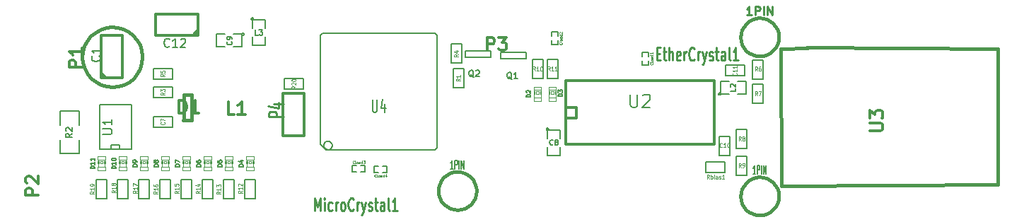
<source format=gto>
G04 (created by PCBNEW-RS274X (2012-jan-04)-stable) date Fri 13 Apr 2012 11:09:43 PM EDT*
G01*
G70*
G90*
%MOIN*%
G04 Gerber Fmt 3.4, Leading zero omitted, Abs format*
%FSLAX34Y34*%
G04 APERTURE LIST*
%ADD10C,0.006000*%
%ADD11C,0.015000*%
%ADD12C,0.008000*%
%ADD13C,0.005000*%
%ADD14C,0.012000*%
%ADD15C,0.002600*%
%ADD16C,0.004000*%
%ADD17C,0.010000*%
%ADD18C,0.007500*%
%ADD19C,0.004500*%
%ADD20C,0.003000*%
%ADD21C,0.010700*%
G04 APERTURE END LIST*
G54D10*
G54D11*
X13149Y-08195D02*
X13122Y-08469D01*
X13042Y-08733D01*
X12912Y-08977D01*
X12738Y-09191D01*
X12525Y-09367D01*
X12282Y-09498D01*
X12019Y-09580D01*
X11744Y-09608D01*
X11471Y-09583D01*
X11206Y-09506D01*
X10961Y-09378D01*
X10746Y-09205D01*
X10569Y-08993D01*
X10436Y-08752D01*
X10352Y-08488D01*
X10322Y-08214D01*
X10345Y-07940D01*
X10421Y-07675D01*
X10547Y-07430D01*
X10718Y-07213D01*
X10929Y-07034D01*
X11169Y-06900D01*
X11432Y-06814D01*
X11706Y-06782D01*
X11980Y-06803D01*
X12246Y-06877D01*
X12492Y-07002D01*
X12710Y-07172D01*
X12890Y-07380D01*
X13026Y-07620D01*
X13113Y-07882D01*
X13148Y-08156D01*
X13149Y-08195D01*
X28900Y-14500D02*
X28882Y-14674D01*
X28832Y-14842D01*
X28749Y-14998D01*
X28638Y-15134D01*
X28503Y-15246D01*
X28348Y-15329D01*
X28180Y-15381D01*
X28006Y-15399D01*
X27832Y-15384D01*
X27663Y-15334D01*
X27508Y-15253D01*
X27371Y-15143D01*
X27258Y-15008D01*
X27173Y-14854D01*
X27120Y-14687D01*
X27101Y-14512D01*
X27115Y-14338D01*
X27164Y-14169D01*
X27244Y-14013D01*
X27353Y-13875D01*
X27487Y-13761D01*
X27640Y-13676D01*
X27807Y-13621D01*
X27982Y-13601D01*
X28156Y-13614D01*
X28325Y-13661D01*
X28482Y-13741D01*
X28620Y-13849D01*
X28735Y-13982D01*
X28822Y-14134D01*
X28877Y-14301D01*
X28899Y-14475D01*
X28900Y-14500D01*
X43150Y-07250D02*
X43132Y-07424D01*
X43082Y-07592D01*
X42999Y-07748D01*
X42888Y-07884D01*
X42753Y-07996D01*
X42598Y-08079D01*
X42430Y-08131D01*
X42256Y-08149D01*
X42082Y-08134D01*
X41913Y-08084D01*
X41758Y-08003D01*
X41621Y-07893D01*
X41508Y-07758D01*
X41423Y-07604D01*
X41370Y-07437D01*
X41351Y-07262D01*
X41365Y-07088D01*
X41414Y-06919D01*
X41494Y-06763D01*
X41603Y-06625D01*
X41737Y-06511D01*
X41890Y-06426D01*
X42057Y-06371D01*
X42232Y-06351D01*
X42406Y-06364D01*
X42575Y-06411D01*
X42732Y-06491D01*
X42870Y-06599D01*
X42985Y-06732D01*
X43072Y-06884D01*
X43127Y-07051D01*
X43149Y-07225D01*
X43150Y-07250D01*
X43150Y-14750D02*
X43132Y-14924D01*
X43082Y-15092D01*
X42999Y-15248D01*
X42888Y-15384D01*
X42753Y-15496D01*
X42598Y-15579D01*
X42430Y-15631D01*
X42256Y-15649D01*
X42082Y-15634D01*
X41913Y-15584D01*
X41758Y-15503D01*
X41621Y-15393D01*
X41508Y-15258D01*
X41423Y-15104D01*
X41370Y-14937D01*
X41351Y-14762D01*
X41365Y-14588D01*
X41414Y-14419D01*
X41494Y-14263D01*
X41603Y-14125D01*
X41737Y-14011D01*
X41890Y-13926D01*
X42057Y-13871D01*
X42232Y-13851D01*
X42406Y-13864D01*
X42575Y-13911D01*
X42732Y-13991D01*
X42870Y-14099D01*
X42985Y-14232D01*
X43072Y-14384D01*
X43127Y-14551D01*
X43149Y-14725D01*
X43150Y-14750D01*
G54D12*
X22100Y-12370D02*
X22096Y-12408D01*
X22084Y-12446D01*
X22066Y-12480D01*
X22041Y-12510D01*
X22011Y-12535D01*
X21977Y-12554D01*
X21940Y-12565D01*
X21901Y-12569D01*
X21863Y-12566D01*
X21826Y-12555D01*
X21791Y-12537D01*
X21761Y-12512D01*
X21735Y-12482D01*
X21717Y-12448D01*
X21705Y-12411D01*
X21701Y-12372D01*
X21704Y-12334D01*
X21715Y-12297D01*
X21732Y-12262D01*
X21757Y-12232D01*
X21786Y-12206D01*
X21820Y-12187D01*
X21858Y-12175D01*
X21896Y-12171D01*
X21934Y-12174D01*
X21972Y-12184D01*
X22007Y-12202D01*
X22037Y-12226D01*
X22063Y-12255D01*
X22082Y-12289D01*
X22095Y-12326D01*
X22099Y-12365D01*
X22100Y-12370D01*
X21550Y-12320D02*
X21800Y-12570D01*
X27050Y-12470D02*
X26950Y-12570D01*
X27050Y-07170D02*
X26950Y-07070D01*
X21650Y-07070D02*
X21550Y-07170D01*
X21800Y-12570D02*
X26950Y-12570D01*
X27050Y-12470D02*
X27050Y-07170D01*
X26950Y-07070D02*
X21650Y-07070D01*
X21550Y-07170D02*
X21550Y-12320D01*
G54D13*
X29590Y-08220D02*
X28390Y-08220D01*
X28390Y-08220D02*
X28390Y-07920D01*
X28390Y-07920D02*
X29590Y-07920D01*
X29590Y-07920D02*
X29590Y-08220D01*
X31240Y-08270D02*
X30040Y-08270D01*
X30040Y-08270D02*
X30040Y-07970D01*
X30040Y-07970D02*
X31240Y-07970D01*
X31240Y-07970D02*
X31240Y-08270D01*
G54D11*
X15088Y-11185D02*
X15462Y-11185D01*
X15462Y-11185D02*
X15462Y-09984D01*
X15462Y-09984D02*
X15108Y-09984D01*
X15108Y-09984D02*
X15108Y-11185D01*
G54D13*
X12585Y-12545D02*
X12635Y-12545D01*
X12635Y-12545D02*
X12635Y-10445D01*
X11135Y-10445D02*
X11135Y-12545D01*
X11135Y-12545D02*
X12585Y-12545D01*
X11685Y-12545D02*
X11685Y-12345D01*
X11685Y-12345D02*
X12085Y-12345D01*
X12085Y-12345D02*
X12085Y-12545D01*
X11135Y-10445D02*
X12635Y-10445D01*
G54D14*
X40105Y-09815D02*
X40105Y-12315D01*
X40105Y-12315D02*
X33105Y-12315D01*
X33105Y-12315D02*
X33105Y-09315D01*
X33105Y-09315D02*
X40105Y-09315D01*
X40105Y-09315D02*
X40105Y-09815D01*
X33105Y-10565D02*
X33605Y-10565D01*
X33605Y-10565D02*
X33605Y-11065D01*
X33605Y-11065D02*
X33105Y-11065D01*
G54D13*
X10170Y-10750D02*
X09270Y-10750D01*
X09270Y-10750D02*
X09270Y-11400D01*
X10170Y-12100D02*
X10170Y-12750D01*
X10170Y-12750D02*
X09270Y-12750D01*
X09270Y-12750D02*
X09270Y-12100D01*
X10170Y-11400D02*
X10170Y-10750D01*
X40415Y-09935D02*
X40414Y-09944D01*
X40411Y-09954D01*
X40406Y-09962D01*
X40400Y-09970D01*
X40392Y-09976D01*
X40384Y-09981D01*
X40375Y-09983D01*
X40365Y-09984D01*
X40356Y-09984D01*
X40347Y-09981D01*
X40338Y-09976D01*
X40331Y-09970D01*
X40324Y-09963D01*
X40320Y-09954D01*
X40317Y-09945D01*
X40316Y-09935D01*
X40316Y-09926D01*
X40319Y-09917D01*
X40323Y-09908D01*
X40330Y-09901D01*
X40337Y-09894D01*
X40345Y-09890D01*
X40355Y-09887D01*
X40364Y-09886D01*
X40373Y-09886D01*
X40383Y-09889D01*
X40391Y-09893D01*
X40399Y-09899D01*
X40405Y-09907D01*
X40410Y-09915D01*
X40413Y-09924D01*
X40414Y-09934D01*
X40415Y-09935D01*
X40815Y-09935D02*
X40415Y-09935D01*
X40415Y-09935D02*
X40415Y-09335D01*
X40415Y-09335D02*
X40815Y-09335D01*
X41215Y-09335D02*
X41615Y-09335D01*
X41615Y-09335D02*
X41615Y-09935D01*
X41615Y-09935D02*
X41215Y-09935D01*
X18385Y-06385D02*
X18384Y-06394D01*
X18381Y-06404D01*
X18376Y-06412D01*
X18370Y-06420D01*
X18362Y-06426D01*
X18354Y-06431D01*
X18345Y-06433D01*
X18335Y-06434D01*
X18326Y-06434D01*
X18317Y-06431D01*
X18308Y-06426D01*
X18301Y-06420D01*
X18294Y-06413D01*
X18290Y-06404D01*
X18287Y-06395D01*
X18286Y-06385D01*
X18286Y-06376D01*
X18289Y-06367D01*
X18293Y-06358D01*
X18300Y-06351D01*
X18307Y-06344D01*
X18315Y-06340D01*
X18325Y-06337D01*
X18334Y-06336D01*
X18343Y-06336D01*
X18353Y-06339D01*
X18361Y-06343D01*
X18369Y-06349D01*
X18375Y-06357D01*
X18380Y-06365D01*
X18383Y-06374D01*
X18384Y-06384D01*
X18385Y-06385D01*
X18335Y-06835D02*
X18335Y-06435D01*
X18335Y-06435D02*
X18935Y-06435D01*
X18935Y-06435D02*
X18935Y-06835D01*
X18935Y-07235D02*
X18935Y-07635D01*
X18935Y-07635D02*
X18335Y-07635D01*
X18335Y-07635D02*
X18335Y-07235D01*
X32295Y-11595D02*
X32294Y-11604D01*
X32291Y-11614D01*
X32286Y-11622D01*
X32280Y-11630D01*
X32272Y-11636D01*
X32264Y-11641D01*
X32255Y-11643D01*
X32245Y-11644D01*
X32236Y-11644D01*
X32227Y-11641D01*
X32218Y-11636D01*
X32211Y-11630D01*
X32204Y-11623D01*
X32200Y-11614D01*
X32197Y-11605D01*
X32196Y-11595D01*
X32196Y-11586D01*
X32199Y-11577D01*
X32203Y-11568D01*
X32210Y-11561D01*
X32217Y-11554D01*
X32225Y-11550D01*
X32235Y-11547D01*
X32244Y-11546D01*
X32253Y-11546D01*
X32263Y-11549D01*
X32271Y-11553D01*
X32279Y-11559D01*
X32285Y-11567D01*
X32290Y-11575D01*
X32293Y-11584D01*
X32294Y-11594D01*
X32295Y-11595D01*
X32245Y-12045D02*
X32245Y-11645D01*
X32245Y-11645D02*
X32845Y-11645D01*
X32845Y-11645D02*
X32845Y-12045D01*
X32845Y-12445D02*
X32845Y-12845D01*
X32845Y-12845D02*
X32245Y-12845D01*
X32245Y-12845D02*
X32245Y-12445D01*
X17945Y-07115D02*
X17944Y-07124D01*
X17941Y-07134D01*
X17936Y-07142D01*
X17930Y-07150D01*
X17922Y-07156D01*
X17914Y-07161D01*
X17905Y-07163D01*
X17895Y-07164D01*
X17886Y-07164D01*
X17877Y-07161D01*
X17868Y-07156D01*
X17861Y-07150D01*
X17854Y-07143D01*
X17850Y-07134D01*
X17847Y-07125D01*
X17846Y-07115D01*
X17846Y-07106D01*
X17849Y-07097D01*
X17853Y-07088D01*
X17860Y-07081D01*
X17867Y-07074D01*
X17875Y-07070D01*
X17885Y-07067D01*
X17894Y-07066D01*
X17903Y-07066D01*
X17913Y-07069D01*
X17921Y-07073D01*
X17929Y-07079D01*
X17935Y-07087D01*
X17940Y-07095D01*
X17943Y-07104D01*
X17944Y-07114D01*
X17945Y-07115D01*
X17445Y-07115D02*
X17845Y-07115D01*
X17845Y-07115D02*
X17845Y-07715D01*
X17845Y-07715D02*
X17445Y-07715D01*
X17045Y-07715D02*
X16645Y-07715D01*
X16645Y-07715D02*
X16645Y-07115D01*
X16645Y-07115D02*
X17045Y-07115D01*
X18490Y-13980D02*
X18490Y-14880D01*
X18490Y-14880D02*
X17990Y-14880D01*
X17990Y-14880D02*
X17990Y-13980D01*
X17990Y-13980D02*
X18490Y-13980D01*
X13675Y-10995D02*
X14575Y-10995D01*
X14575Y-10995D02*
X14575Y-11495D01*
X14575Y-11495D02*
X13675Y-11495D01*
X13675Y-11495D02*
X13675Y-10995D01*
X28310Y-08740D02*
X28310Y-09640D01*
X28310Y-09640D02*
X27810Y-09640D01*
X27810Y-09640D02*
X27810Y-08740D01*
X27810Y-08740D02*
X28310Y-08740D01*
X13675Y-09595D02*
X14575Y-09595D01*
X14575Y-09595D02*
X14575Y-10095D01*
X14575Y-10095D02*
X13675Y-10095D01*
X13675Y-10095D02*
X13675Y-09595D01*
X27720Y-08480D02*
X27720Y-07580D01*
X27720Y-07580D02*
X28220Y-07580D01*
X28220Y-07580D02*
X28220Y-08480D01*
X28220Y-08480D02*
X27720Y-08480D01*
X14575Y-09225D02*
X13675Y-09225D01*
X13675Y-09225D02*
X13675Y-08725D01*
X13675Y-08725D02*
X14575Y-08725D01*
X14575Y-08725D02*
X14575Y-09225D01*
X42415Y-08325D02*
X42415Y-09225D01*
X42415Y-09225D02*
X41915Y-09225D01*
X41915Y-09225D02*
X41915Y-08325D01*
X41915Y-08325D02*
X42415Y-08325D01*
X41915Y-10385D02*
X41915Y-09485D01*
X41915Y-09485D02*
X42415Y-09485D01*
X42415Y-09485D02*
X42415Y-10385D01*
X42415Y-10385D02*
X41915Y-10385D01*
X41645Y-11615D02*
X41645Y-12515D01*
X41645Y-12515D02*
X41145Y-12515D01*
X41145Y-12515D02*
X41145Y-11615D01*
X41145Y-11615D02*
X41645Y-11615D01*
X41145Y-13765D02*
X41145Y-12865D01*
X41145Y-12865D02*
X41645Y-12865D01*
X41645Y-12865D02*
X41645Y-13765D01*
X41645Y-13765D02*
X41145Y-13765D01*
X31525Y-09215D02*
X31525Y-08315D01*
X31525Y-08315D02*
X32025Y-08315D01*
X32025Y-08315D02*
X32025Y-09215D01*
X32025Y-09215D02*
X31525Y-09215D01*
X32225Y-09205D02*
X32225Y-08305D01*
X32225Y-08305D02*
X32725Y-08305D01*
X32725Y-08305D02*
X32725Y-09205D01*
X32725Y-09205D02*
X32225Y-09205D01*
X40845Y-11925D02*
X40845Y-12825D01*
X40845Y-12825D02*
X40345Y-12825D01*
X40345Y-12825D02*
X40345Y-11925D01*
X40345Y-11925D02*
X40845Y-11925D01*
X17490Y-13980D02*
X17490Y-14880D01*
X17490Y-14880D02*
X16990Y-14880D01*
X16990Y-14880D02*
X16990Y-13980D01*
X16990Y-13980D02*
X17490Y-13980D01*
X16490Y-13980D02*
X16490Y-14880D01*
X16490Y-14880D02*
X15990Y-14880D01*
X15990Y-14880D02*
X15990Y-13980D01*
X15990Y-13980D02*
X16490Y-13980D01*
X15490Y-13980D02*
X15490Y-14880D01*
X15490Y-14880D02*
X14990Y-14880D01*
X14990Y-14880D02*
X14990Y-13980D01*
X14990Y-13980D02*
X15490Y-13980D01*
X14490Y-13980D02*
X14490Y-14880D01*
X14490Y-14880D02*
X13990Y-14880D01*
X13990Y-14880D02*
X13990Y-13980D01*
X13990Y-13980D02*
X14490Y-13980D01*
X13490Y-13980D02*
X13490Y-14880D01*
X13490Y-14880D02*
X12990Y-14880D01*
X12990Y-14880D02*
X12990Y-13980D01*
X12990Y-13980D02*
X13490Y-13980D01*
X12490Y-13980D02*
X12490Y-14880D01*
X12490Y-14880D02*
X11990Y-14880D01*
X11990Y-14880D02*
X11990Y-13980D01*
X11990Y-13980D02*
X12490Y-13980D01*
X11490Y-13980D02*
X11490Y-14880D01*
X11490Y-14880D02*
X10990Y-14880D01*
X10990Y-14880D02*
X10990Y-13980D01*
X10990Y-13980D02*
X11490Y-13980D01*
X19830Y-09220D02*
X20730Y-09220D01*
X20730Y-09220D02*
X20730Y-09720D01*
X20730Y-09720D02*
X19830Y-09720D01*
X19830Y-09720D02*
X19830Y-09220D01*
X40605Y-13645D02*
X39705Y-13645D01*
X39705Y-13645D02*
X39705Y-13145D01*
X39705Y-13145D02*
X40605Y-13145D01*
X40605Y-13145D02*
X40605Y-13645D01*
X41545Y-09085D02*
X40645Y-09085D01*
X40645Y-09085D02*
X40645Y-08585D01*
X40645Y-08585D02*
X41545Y-08585D01*
X41545Y-08585D02*
X41545Y-09085D01*
X36710Y-08370D02*
X36710Y-08570D01*
X36710Y-08570D02*
X37010Y-08570D01*
X37010Y-08570D02*
X37010Y-08370D01*
X36710Y-08170D02*
X36710Y-07970D01*
X36710Y-07970D02*
X37010Y-07970D01*
X37010Y-07970D02*
X37010Y-08170D01*
X32430Y-07410D02*
X32430Y-07610D01*
X32430Y-07610D02*
X32730Y-07610D01*
X32730Y-07610D02*
X32730Y-07410D01*
X32430Y-07210D02*
X32430Y-07010D01*
X32430Y-07010D02*
X32730Y-07010D01*
X32730Y-07010D02*
X32730Y-07210D01*
X23450Y-13610D02*
X23650Y-13610D01*
X23650Y-13610D02*
X23650Y-13310D01*
X23650Y-13310D02*
X23450Y-13310D01*
X23250Y-13610D02*
X23050Y-13610D01*
X23050Y-13610D02*
X23050Y-13310D01*
X23050Y-13310D02*
X23250Y-13310D01*
X24280Y-13350D02*
X24080Y-13350D01*
X24080Y-13350D02*
X24080Y-13650D01*
X24080Y-13650D02*
X24280Y-13650D01*
X24480Y-13350D02*
X24680Y-13350D01*
X24680Y-13350D02*
X24680Y-13650D01*
X24680Y-13650D02*
X24480Y-13650D01*
G54D14*
X19790Y-09890D02*
X20790Y-09890D01*
X20790Y-09890D02*
X20790Y-11890D01*
X20790Y-11890D02*
X19790Y-11890D01*
X19790Y-11890D02*
X19790Y-09890D01*
G54D15*
X11043Y-13033D02*
X11397Y-13033D01*
X11397Y-13033D02*
X11397Y-12876D01*
X11043Y-12876D02*
X11397Y-12876D01*
X11043Y-13033D02*
X11043Y-12876D01*
X11043Y-13544D02*
X11397Y-13544D01*
X11397Y-13544D02*
X11397Y-13387D01*
X11043Y-13387D02*
X11397Y-13387D01*
X11043Y-13544D02*
X11043Y-13387D01*
X11043Y-13210D02*
X11102Y-13210D01*
X11102Y-13210D02*
X11102Y-13092D01*
X11043Y-13092D02*
X11102Y-13092D01*
X11043Y-13210D02*
X11043Y-13092D01*
X11338Y-13210D02*
X11397Y-13210D01*
X11397Y-13210D02*
X11397Y-13092D01*
X11338Y-13092D02*
X11397Y-13092D01*
X11338Y-13210D02*
X11338Y-13092D01*
X11161Y-13210D02*
X11279Y-13210D01*
X11279Y-13210D02*
X11279Y-13092D01*
X11161Y-13092D02*
X11279Y-13092D01*
X11161Y-13210D02*
X11161Y-13092D01*
G54D16*
X11063Y-13033D02*
X11063Y-13387D01*
X11377Y-13033D02*
X11377Y-13387D01*
G54D15*
X14043Y-13033D02*
X14397Y-13033D01*
X14397Y-13033D02*
X14397Y-12876D01*
X14043Y-12876D02*
X14397Y-12876D01*
X14043Y-13033D02*
X14043Y-12876D01*
X14043Y-13544D02*
X14397Y-13544D01*
X14397Y-13544D02*
X14397Y-13387D01*
X14043Y-13387D02*
X14397Y-13387D01*
X14043Y-13544D02*
X14043Y-13387D01*
X14043Y-13210D02*
X14102Y-13210D01*
X14102Y-13210D02*
X14102Y-13092D01*
X14043Y-13092D02*
X14102Y-13092D01*
X14043Y-13210D02*
X14043Y-13092D01*
X14338Y-13210D02*
X14397Y-13210D01*
X14397Y-13210D02*
X14397Y-13092D01*
X14338Y-13092D02*
X14397Y-13092D01*
X14338Y-13210D02*
X14338Y-13092D01*
X14161Y-13210D02*
X14279Y-13210D01*
X14279Y-13210D02*
X14279Y-13092D01*
X14161Y-13092D02*
X14279Y-13092D01*
X14161Y-13210D02*
X14161Y-13092D01*
G54D16*
X14063Y-13033D02*
X14063Y-13387D01*
X14377Y-13033D02*
X14377Y-13387D01*
G54D15*
X12043Y-13033D02*
X12397Y-13033D01*
X12397Y-13033D02*
X12397Y-12876D01*
X12043Y-12876D02*
X12397Y-12876D01*
X12043Y-13033D02*
X12043Y-12876D01*
X12043Y-13544D02*
X12397Y-13544D01*
X12397Y-13544D02*
X12397Y-13387D01*
X12043Y-13387D02*
X12397Y-13387D01*
X12043Y-13544D02*
X12043Y-13387D01*
X12043Y-13210D02*
X12102Y-13210D01*
X12102Y-13210D02*
X12102Y-13092D01*
X12043Y-13092D02*
X12102Y-13092D01*
X12043Y-13210D02*
X12043Y-13092D01*
X12338Y-13210D02*
X12397Y-13210D01*
X12397Y-13210D02*
X12397Y-13092D01*
X12338Y-13092D02*
X12397Y-13092D01*
X12338Y-13210D02*
X12338Y-13092D01*
X12161Y-13210D02*
X12279Y-13210D01*
X12279Y-13210D02*
X12279Y-13092D01*
X12161Y-13092D02*
X12279Y-13092D01*
X12161Y-13210D02*
X12161Y-13092D01*
G54D16*
X12063Y-13033D02*
X12063Y-13387D01*
X12377Y-13033D02*
X12377Y-13387D01*
G54D15*
X13043Y-13033D02*
X13397Y-13033D01*
X13397Y-13033D02*
X13397Y-12876D01*
X13043Y-12876D02*
X13397Y-12876D01*
X13043Y-13033D02*
X13043Y-12876D01*
X13043Y-13544D02*
X13397Y-13544D01*
X13397Y-13544D02*
X13397Y-13387D01*
X13043Y-13387D02*
X13397Y-13387D01*
X13043Y-13544D02*
X13043Y-13387D01*
X13043Y-13210D02*
X13102Y-13210D01*
X13102Y-13210D02*
X13102Y-13092D01*
X13043Y-13092D02*
X13102Y-13092D01*
X13043Y-13210D02*
X13043Y-13092D01*
X13338Y-13210D02*
X13397Y-13210D01*
X13397Y-13210D02*
X13397Y-13092D01*
X13338Y-13092D02*
X13397Y-13092D01*
X13338Y-13210D02*
X13338Y-13092D01*
X13161Y-13210D02*
X13279Y-13210D01*
X13279Y-13210D02*
X13279Y-13092D01*
X13161Y-13092D02*
X13279Y-13092D01*
X13161Y-13210D02*
X13161Y-13092D01*
G54D16*
X13063Y-13033D02*
X13063Y-13387D01*
X13377Y-13033D02*
X13377Y-13387D01*
G54D15*
X31598Y-09748D02*
X31952Y-09748D01*
X31952Y-09748D02*
X31952Y-09591D01*
X31598Y-09591D02*
X31952Y-09591D01*
X31598Y-09748D02*
X31598Y-09591D01*
X31598Y-10259D02*
X31952Y-10259D01*
X31952Y-10259D02*
X31952Y-10102D01*
X31598Y-10102D02*
X31952Y-10102D01*
X31598Y-10259D02*
X31598Y-10102D01*
X31598Y-09925D02*
X31657Y-09925D01*
X31657Y-09925D02*
X31657Y-09807D01*
X31598Y-09807D02*
X31657Y-09807D01*
X31598Y-09925D02*
X31598Y-09807D01*
X31893Y-09925D02*
X31952Y-09925D01*
X31952Y-09925D02*
X31952Y-09807D01*
X31893Y-09807D02*
X31952Y-09807D01*
X31893Y-09925D02*
X31893Y-09807D01*
X31716Y-09925D02*
X31834Y-09925D01*
X31834Y-09925D02*
X31834Y-09807D01*
X31716Y-09807D02*
X31834Y-09807D01*
X31716Y-09925D02*
X31716Y-09807D01*
G54D16*
X31618Y-09748D02*
X31618Y-10102D01*
X31932Y-09748D02*
X31932Y-10102D01*
G54D15*
X32298Y-09748D02*
X32652Y-09748D01*
X32652Y-09748D02*
X32652Y-09591D01*
X32298Y-09591D02*
X32652Y-09591D01*
X32298Y-09748D02*
X32298Y-09591D01*
X32298Y-10259D02*
X32652Y-10259D01*
X32652Y-10259D02*
X32652Y-10102D01*
X32298Y-10102D02*
X32652Y-10102D01*
X32298Y-10259D02*
X32298Y-10102D01*
X32298Y-09925D02*
X32357Y-09925D01*
X32357Y-09925D02*
X32357Y-09807D01*
X32298Y-09807D02*
X32357Y-09807D01*
X32298Y-09925D02*
X32298Y-09807D01*
X32593Y-09925D02*
X32652Y-09925D01*
X32652Y-09925D02*
X32652Y-09807D01*
X32593Y-09807D02*
X32652Y-09807D01*
X32593Y-09925D02*
X32593Y-09807D01*
X32416Y-09925D02*
X32534Y-09925D01*
X32534Y-09925D02*
X32534Y-09807D01*
X32416Y-09807D02*
X32534Y-09807D01*
X32416Y-09925D02*
X32416Y-09807D01*
G54D16*
X32318Y-09748D02*
X32318Y-10102D01*
X32632Y-09748D02*
X32632Y-10102D01*
G54D15*
X18043Y-13033D02*
X18397Y-13033D01*
X18397Y-13033D02*
X18397Y-12876D01*
X18043Y-12876D02*
X18397Y-12876D01*
X18043Y-13033D02*
X18043Y-12876D01*
X18043Y-13544D02*
X18397Y-13544D01*
X18397Y-13544D02*
X18397Y-13387D01*
X18043Y-13387D02*
X18397Y-13387D01*
X18043Y-13544D02*
X18043Y-13387D01*
X18043Y-13210D02*
X18102Y-13210D01*
X18102Y-13210D02*
X18102Y-13092D01*
X18043Y-13092D02*
X18102Y-13092D01*
X18043Y-13210D02*
X18043Y-13092D01*
X18338Y-13210D02*
X18397Y-13210D01*
X18397Y-13210D02*
X18397Y-13092D01*
X18338Y-13092D02*
X18397Y-13092D01*
X18338Y-13210D02*
X18338Y-13092D01*
X18161Y-13210D02*
X18279Y-13210D01*
X18279Y-13210D02*
X18279Y-13092D01*
X18161Y-13092D02*
X18279Y-13092D01*
X18161Y-13210D02*
X18161Y-13092D01*
G54D16*
X18063Y-13033D02*
X18063Y-13387D01*
X18377Y-13033D02*
X18377Y-13387D01*
G54D15*
X17043Y-13033D02*
X17397Y-13033D01*
X17397Y-13033D02*
X17397Y-12876D01*
X17043Y-12876D02*
X17397Y-12876D01*
X17043Y-13033D02*
X17043Y-12876D01*
X17043Y-13544D02*
X17397Y-13544D01*
X17397Y-13544D02*
X17397Y-13387D01*
X17043Y-13387D02*
X17397Y-13387D01*
X17043Y-13544D02*
X17043Y-13387D01*
X17043Y-13210D02*
X17102Y-13210D01*
X17102Y-13210D02*
X17102Y-13092D01*
X17043Y-13092D02*
X17102Y-13092D01*
X17043Y-13210D02*
X17043Y-13092D01*
X17338Y-13210D02*
X17397Y-13210D01*
X17397Y-13210D02*
X17397Y-13092D01*
X17338Y-13092D02*
X17397Y-13092D01*
X17338Y-13210D02*
X17338Y-13092D01*
X17161Y-13210D02*
X17279Y-13210D01*
X17279Y-13210D02*
X17279Y-13092D01*
X17161Y-13092D02*
X17279Y-13092D01*
X17161Y-13210D02*
X17161Y-13092D01*
G54D16*
X17063Y-13033D02*
X17063Y-13387D01*
X17377Y-13033D02*
X17377Y-13387D01*
G54D15*
X16043Y-13033D02*
X16397Y-13033D01*
X16397Y-13033D02*
X16397Y-12876D01*
X16043Y-12876D02*
X16397Y-12876D01*
X16043Y-13033D02*
X16043Y-12876D01*
X16043Y-13544D02*
X16397Y-13544D01*
X16397Y-13544D02*
X16397Y-13387D01*
X16043Y-13387D02*
X16397Y-13387D01*
X16043Y-13544D02*
X16043Y-13387D01*
X16043Y-13210D02*
X16102Y-13210D01*
X16102Y-13210D02*
X16102Y-13092D01*
X16043Y-13092D02*
X16102Y-13092D01*
X16043Y-13210D02*
X16043Y-13092D01*
X16338Y-13210D02*
X16397Y-13210D01*
X16397Y-13210D02*
X16397Y-13092D01*
X16338Y-13092D02*
X16397Y-13092D01*
X16338Y-13210D02*
X16338Y-13092D01*
X16161Y-13210D02*
X16279Y-13210D01*
X16279Y-13210D02*
X16279Y-13092D01*
X16161Y-13092D02*
X16279Y-13092D01*
X16161Y-13210D02*
X16161Y-13092D01*
G54D16*
X16063Y-13033D02*
X16063Y-13387D01*
X16377Y-13033D02*
X16377Y-13387D01*
G54D15*
X15043Y-13033D02*
X15397Y-13033D01*
X15397Y-13033D02*
X15397Y-12876D01*
X15043Y-12876D02*
X15397Y-12876D01*
X15043Y-13033D02*
X15043Y-12876D01*
X15043Y-13544D02*
X15397Y-13544D01*
X15397Y-13544D02*
X15397Y-13387D01*
X15043Y-13387D02*
X15397Y-13387D01*
X15043Y-13544D02*
X15043Y-13387D01*
X15043Y-13210D02*
X15102Y-13210D01*
X15102Y-13210D02*
X15102Y-13092D01*
X15043Y-13092D02*
X15102Y-13092D01*
X15043Y-13210D02*
X15043Y-13092D01*
X15338Y-13210D02*
X15397Y-13210D01*
X15397Y-13210D02*
X15397Y-13092D01*
X15338Y-13092D02*
X15397Y-13092D01*
X15338Y-13210D02*
X15338Y-13092D01*
X15161Y-13210D02*
X15279Y-13210D01*
X15279Y-13210D02*
X15279Y-13092D01*
X15161Y-13092D02*
X15279Y-13092D01*
X15161Y-13210D02*
X15161Y-13092D01*
G54D16*
X15063Y-13033D02*
X15063Y-13387D01*
X15377Y-13033D02*
X15377Y-13387D01*
G54D14*
X11205Y-09165D02*
X11205Y-07185D01*
X11205Y-07185D02*
X12205Y-07185D01*
X12205Y-07185D02*
X12205Y-09185D01*
X12205Y-09185D02*
X11205Y-09185D01*
X11455Y-09185D02*
X11205Y-08935D01*
X15765Y-07165D02*
X13785Y-07165D01*
X13785Y-07165D02*
X13785Y-06165D01*
X13785Y-06165D02*
X15785Y-06165D01*
X15785Y-06165D02*
X15785Y-07165D01*
X15785Y-06915D02*
X15535Y-07165D01*
G54D11*
X44466Y-07737D02*
X53481Y-07815D01*
X53481Y-07815D02*
X53481Y-14193D01*
X53481Y-14193D02*
X43285Y-14272D01*
X43285Y-14272D02*
X43245Y-07815D01*
X43245Y-07815D02*
X44505Y-07776D01*
G54D13*
X27805Y-13462D02*
X27691Y-13462D01*
X27748Y-13462D02*
X27748Y-13062D01*
X27729Y-13119D01*
X27710Y-13157D01*
X27691Y-13176D01*
X27891Y-13462D02*
X27891Y-13062D01*
X27967Y-13062D01*
X27986Y-13081D01*
X27995Y-13100D01*
X28005Y-13138D01*
X28005Y-13195D01*
X27995Y-13233D01*
X27986Y-13252D01*
X27967Y-13271D01*
X27891Y-13271D01*
X28091Y-13462D02*
X28091Y-13062D01*
X28186Y-13462D02*
X28186Y-13062D01*
X28300Y-13462D01*
X28300Y-13062D01*
G54D17*
X41860Y-06212D02*
X41631Y-06212D01*
X41745Y-06212D02*
X41745Y-05812D01*
X41707Y-05869D01*
X41669Y-05907D01*
X41631Y-05926D01*
X42031Y-06212D02*
X42031Y-05812D01*
X42184Y-05812D01*
X42222Y-05831D01*
X42241Y-05850D01*
X42260Y-05888D01*
X42260Y-05945D01*
X42241Y-05983D01*
X42222Y-06002D01*
X42184Y-06021D01*
X42031Y-06021D01*
X42431Y-06212D02*
X42431Y-05812D01*
X42621Y-06212D02*
X42621Y-05812D01*
X42850Y-06212D01*
X42850Y-05812D01*
G54D13*
X42055Y-13712D02*
X41941Y-13712D01*
X41998Y-13712D02*
X41998Y-13312D01*
X41979Y-13369D01*
X41960Y-13407D01*
X41941Y-13426D01*
X42141Y-13712D02*
X42141Y-13312D01*
X42217Y-13312D01*
X42236Y-13331D01*
X42245Y-13350D01*
X42255Y-13388D01*
X42255Y-13445D01*
X42245Y-13483D01*
X42236Y-13502D01*
X42217Y-13521D01*
X42141Y-13521D01*
X42341Y-13712D02*
X42341Y-13312D01*
X42436Y-13712D02*
X42436Y-13312D01*
X42550Y-13712D01*
X42550Y-13312D01*
G54D12*
X23995Y-10213D02*
X23995Y-10699D01*
X24014Y-10756D01*
X24033Y-10784D01*
X24071Y-10813D01*
X24148Y-10813D01*
X24186Y-10784D01*
X24205Y-10756D01*
X24224Y-10699D01*
X24224Y-10213D01*
X24586Y-10413D02*
X24586Y-10813D01*
X24490Y-10184D02*
X24395Y-10613D01*
X24643Y-10613D01*
G54D18*
X28771Y-09150D02*
X28743Y-09136D01*
X28714Y-09107D01*
X28671Y-09064D01*
X28643Y-09050D01*
X28614Y-09050D01*
X28629Y-09121D02*
X28600Y-09107D01*
X28571Y-09079D01*
X28557Y-09021D01*
X28557Y-08921D01*
X28571Y-08864D01*
X28600Y-08836D01*
X28629Y-08821D01*
X28686Y-08821D01*
X28714Y-08836D01*
X28743Y-08864D01*
X28757Y-08921D01*
X28757Y-09021D01*
X28743Y-09079D01*
X28714Y-09107D01*
X28686Y-09121D01*
X28629Y-09121D01*
X28871Y-08850D02*
X28885Y-08836D01*
X28914Y-08821D01*
X28985Y-08821D01*
X29014Y-08836D01*
X29028Y-08850D01*
X29043Y-08879D01*
X29043Y-08907D01*
X29028Y-08950D01*
X28857Y-09121D01*
X29043Y-09121D01*
X30571Y-09240D02*
X30543Y-09226D01*
X30514Y-09197D01*
X30471Y-09154D01*
X30443Y-09140D01*
X30414Y-09140D01*
X30429Y-09211D02*
X30400Y-09197D01*
X30371Y-09169D01*
X30357Y-09111D01*
X30357Y-09011D01*
X30371Y-08954D01*
X30400Y-08926D01*
X30429Y-08911D01*
X30486Y-08911D01*
X30514Y-08926D01*
X30543Y-08954D01*
X30557Y-09011D01*
X30557Y-09111D01*
X30543Y-09169D01*
X30514Y-09197D01*
X30486Y-09211D01*
X30429Y-09211D01*
X30843Y-09211D02*
X30671Y-09211D01*
X30757Y-09211D02*
X30757Y-08911D01*
X30728Y-08954D01*
X30700Y-08983D01*
X30671Y-08997D01*
G54D14*
X14888Y-10833D02*
X14888Y-10233D01*
X15031Y-10233D01*
X15116Y-10261D01*
X15174Y-10319D01*
X15202Y-10376D01*
X15231Y-10490D01*
X15231Y-10576D01*
X15202Y-10690D01*
X15174Y-10747D01*
X15116Y-10804D01*
X15031Y-10833D01*
X14888Y-10833D01*
X15802Y-10833D02*
X15459Y-10833D01*
X15631Y-10833D02*
X15631Y-10233D01*
X15574Y-10319D01*
X15516Y-10376D01*
X15459Y-10404D01*
G54D10*
X11267Y-11838D02*
X11631Y-11838D01*
X11674Y-11816D01*
X11696Y-11795D01*
X11717Y-11752D01*
X11717Y-11666D01*
X11696Y-11624D01*
X11674Y-11602D01*
X11631Y-11581D01*
X11267Y-11581D01*
X11717Y-11131D02*
X11717Y-11388D01*
X11717Y-11260D02*
X11267Y-11260D01*
X11331Y-11303D01*
X11374Y-11345D01*
X11396Y-11388D01*
X36148Y-09960D02*
X36148Y-10446D01*
X36176Y-10503D01*
X36205Y-10531D01*
X36262Y-10560D01*
X36376Y-10560D01*
X36434Y-10531D01*
X36462Y-10503D01*
X36491Y-10446D01*
X36491Y-09960D01*
X36748Y-10017D02*
X36777Y-09988D01*
X36834Y-09960D01*
X36977Y-09960D01*
X37034Y-09988D01*
X37063Y-10017D01*
X37091Y-10074D01*
X37091Y-10131D01*
X37063Y-10217D01*
X36720Y-10560D01*
X37091Y-10560D01*
G54D13*
X09841Y-11800D02*
X09699Y-11900D01*
X09841Y-11972D02*
X09541Y-11972D01*
X09541Y-11857D01*
X09556Y-11829D01*
X09570Y-11814D01*
X09599Y-11800D01*
X09641Y-11800D01*
X09670Y-11814D01*
X09684Y-11829D01*
X09699Y-11857D01*
X09699Y-11972D01*
X09570Y-11686D02*
X09556Y-11672D01*
X09541Y-11643D01*
X09541Y-11572D01*
X09556Y-11543D01*
X09570Y-11529D01*
X09599Y-11514D01*
X09627Y-11514D01*
X09670Y-11529D01*
X09841Y-11700D01*
X09841Y-11514D01*
X41116Y-09676D02*
X41116Y-09795D01*
X40866Y-09795D01*
X40890Y-09605D02*
X40878Y-09593D01*
X40866Y-09570D01*
X40866Y-09510D01*
X40878Y-09486D01*
X40890Y-09474D01*
X40914Y-09463D01*
X40938Y-09463D01*
X40973Y-09474D01*
X41116Y-09617D01*
X41116Y-09463D01*
X18599Y-07161D02*
X18480Y-07161D01*
X18480Y-06911D01*
X18658Y-06911D02*
X18812Y-06911D01*
X18729Y-07006D01*
X18765Y-07006D01*
X18789Y-07018D01*
X18801Y-07030D01*
X18812Y-07054D01*
X18812Y-07114D01*
X18801Y-07137D01*
X18789Y-07149D01*
X18765Y-07161D01*
X18693Y-07161D01*
X18670Y-07149D01*
X18658Y-07137D01*
X32503Y-12322D02*
X32491Y-12334D01*
X32456Y-12346D01*
X32432Y-12346D01*
X32396Y-12334D01*
X32372Y-12310D01*
X32361Y-12287D01*
X32349Y-12239D01*
X32349Y-12203D01*
X32361Y-12156D01*
X32372Y-12132D01*
X32396Y-12108D01*
X32432Y-12096D01*
X32456Y-12096D01*
X32491Y-12108D01*
X32503Y-12120D01*
X32646Y-12203D02*
X32622Y-12191D01*
X32611Y-12180D01*
X32599Y-12156D01*
X32599Y-12144D01*
X32611Y-12120D01*
X32622Y-12108D01*
X32646Y-12096D01*
X32694Y-12096D01*
X32718Y-12108D01*
X32730Y-12120D01*
X32741Y-12144D01*
X32741Y-12156D01*
X32730Y-12180D01*
X32718Y-12191D01*
X32694Y-12203D01*
X32646Y-12203D01*
X32622Y-12215D01*
X32611Y-12227D01*
X32599Y-12251D01*
X32599Y-12299D01*
X32611Y-12322D01*
X32622Y-12334D01*
X32646Y-12346D01*
X32694Y-12346D01*
X32718Y-12334D01*
X32730Y-12322D01*
X32741Y-12299D01*
X32741Y-12251D01*
X32730Y-12227D01*
X32718Y-12215D01*
X32694Y-12203D01*
X17357Y-07462D02*
X17369Y-07474D01*
X17381Y-07509D01*
X17381Y-07533D01*
X17369Y-07569D01*
X17345Y-07593D01*
X17322Y-07604D01*
X17274Y-07616D01*
X17238Y-07616D01*
X17191Y-07604D01*
X17167Y-07593D01*
X17143Y-07569D01*
X17131Y-07533D01*
X17131Y-07509D01*
X17143Y-07474D01*
X17155Y-07462D01*
X17381Y-07343D02*
X17381Y-07295D01*
X17369Y-07271D01*
X17357Y-07259D01*
X17322Y-07235D01*
X17274Y-07224D01*
X17179Y-07224D01*
X17155Y-07235D01*
X17143Y-07247D01*
X17131Y-07271D01*
X17131Y-07319D01*
X17143Y-07343D01*
X17155Y-07354D01*
X17179Y-07366D01*
X17238Y-07366D01*
X17262Y-07354D01*
X17274Y-07343D01*
X17286Y-07319D01*
X17286Y-07271D01*
X17274Y-07247D01*
X17262Y-07235D01*
X17238Y-07224D01*
G54D19*
X17861Y-14505D02*
X17766Y-14565D01*
X17861Y-14608D02*
X17661Y-14608D01*
X17661Y-14540D01*
X17670Y-14522D01*
X17680Y-14514D01*
X17699Y-14505D01*
X17728Y-14505D01*
X17747Y-14514D01*
X17756Y-14522D01*
X17766Y-14540D01*
X17766Y-14608D01*
X17861Y-14334D02*
X17861Y-14437D01*
X17861Y-14385D02*
X17661Y-14385D01*
X17690Y-14402D01*
X17709Y-14420D01*
X17718Y-14437D01*
X17680Y-14266D02*
X17670Y-14257D01*
X17661Y-14240D01*
X17661Y-14197D01*
X17670Y-14180D01*
X17680Y-14171D01*
X17699Y-14163D01*
X17718Y-14163D01*
X17747Y-14171D01*
X17861Y-14274D01*
X17861Y-14163D01*
X14187Y-11274D02*
X14196Y-11283D01*
X14206Y-11309D01*
X14206Y-11326D01*
X14196Y-11351D01*
X14177Y-11369D01*
X14158Y-11377D01*
X14120Y-11386D01*
X14092Y-11386D01*
X14054Y-11377D01*
X14035Y-11369D01*
X14015Y-11351D01*
X14006Y-11326D01*
X14006Y-11309D01*
X14015Y-11283D01*
X14025Y-11274D01*
X14006Y-11214D02*
X14006Y-11094D01*
X14206Y-11171D01*
X28141Y-09219D02*
X28046Y-09279D01*
X28141Y-09322D02*
X27941Y-09322D01*
X27941Y-09254D01*
X27950Y-09236D01*
X27960Y-09228D01*
X27979Y-09219D01*
X28008Y-09219D01*
X28027Y-09228D01*
X28036Y-09236D01*
X28046Y-09254D01*
X28046Y-09322D01*
X28141Y-09048D02*
X28141Y-09151D01*
X28141Y-09099D02*
X27941Y-09099D01*
X27970Y-09116D01*
X27989Y-09134D01*
X27998Y-09151D01*
X14206Y-09874D02*
X14111Y-09934D01*
X14206Y-09977D02*
X14006Y-09977D01*
X14006Y-09909D01*
X14015Y-09891D01*
X14025Y-09883D01*
X14044Y-09874D01*
X14073Y-09874D01*
X14092Y-09883D01*
X14101Y-09891D01*
X14111Y-09909D01*
X14111Y-09977D01*
X14006Y-09814D02*
X14006Y-09703D01*
X14082Y-09763D01*
X14082Y-09737D01*
X14092Y-09720D01*
X14101Y-09711D01*
X14120Y-09703D01*
X14168Y-09703D01*
X14187Y-09711D01*
X14196Y-09720D01*
X14206Y-09737D01*
X14206Y-09789D01*
X14196Y-09806D01*
X14187Y-09814D01*
X28051Y-08059D02*
X27956Y-08119D01*
X28051Y-08162D02*
X27851Y-08162D01*
X27851Y-08094D01*
X27860Y-08076D01*
X27870Y-08068D01*
X27889Y-08059D01*
X27918Y-08059D01*
X27937Y-08068D01*
X27946Y-08076D01*
X27956Y-08094D01*
X27956Y-08162D01*
X27918Y-07905D02*
X28051Y-07905D01*
X27841Y-07948D02*
X27984Y-07991D01*
X27984Y-07879D01*
X14206Y-09004D02*
X14111Y-09064D01*
X14206Y-09107D02*
X14006Y-09107D01*
X14006Y-09039D01*
X14015Y-09021D01*
X14025Y-09013D01*
X14044Y-09004D01*
X14073Y-09004D01*
X14092Y-09013D01*
X14101Y-09021D01*
X14111Y-09039D01*
X14111Y-09107D01*
X14006Y-08841D02*
X14006Y-08927D01*
X14101Y-08936D01*
X14092Y-08927D01*
X14082Y-08910D01*
X14082Y-08867D01*
X14092Y-08850D01*
X14101Y-08841D01*
X14120Y-08833D01*
X14168Y-08833D01*
X14187Y-08841D01*
X14196Y-08850D01*
X14206Y-08867D01*
X14206Y-08910D01*
X14196Y-08927D01*
X14187Y-08936D01*
X42136Y-08856D02*
X42076Y-08761D01*
X42033Y-08856D02*
X42033Y-08656D01*
X42101Y-08656D01*
X42119Y-08665D01*
X42127Y-08675D01*
X42136Y-08694D01*
X42136Y-08723D01*
X42127Y-08742D01*
X42119Y-08751D01*
X42101Y-08761D01*
X42033Y-08761D01*
X42290Y-08656D02*
X42256Y-08656D01*
X42239Y-08665D01*
X42230Y-08675D01*
X42213Y-08704D01*
X42204Y-08742D01*
X42204Y-08818D01*
X42213Y-08837D01*
X42221Y-08846D01*
X42239Y-08856D01*
X42273Y-08856D01*
X42290Y-08846D01*
X42299Y-08837D01*
X42307Y-08818D01*
X42307Y-08770D01*
X42299Y-08751D01*
X42290Y-08742D01*
X42273Y-08732D01*
X42239Y-08732D01*
X42221Y-08742D01*
X42213Y-08751D01*
X42204Y-08770D01*
X42136Y-10016D02*
X42076Y-09921D01*
X42033Y-10016D02*
X42033Y-09816D01*
X42101Y-09816D01*
X42119Y-09825D01*
X42127Y-09835D01*
X42136Y-09854D01*
X42136Y-09883D01*
X42127Y-09902D01*
X42119Y-09911D01*
X42101Y-09921D01*
X42033Y-09921D01*
X42196Y-09816D02*
X42316Y-09816D01*
X42239Y-10016D01*
X41366Y-12146D02*
X41306Y-12051D01*
X41263Y-12146D02*
X41263Y-11946D01*
X41331Y-11946D01*
X41349Y-11955D01*
X41357Y-11965D01*
X41366Y-11984D01*
X41366Y-12013D01*
X41357Y-12032D01*
X41349Y-12041D01*
X41331Y-12051D01*
X41263Y-12051D01*
X41469Y-12032D02*
X41451Y-12022D01*
X41443Y-12013D01*
X41434Y-11994D01*
X41434Y-11984D01*
X41443Y-11965D01*
X41451Y-11955D01*
X41469Y-11946D01*
X41503Y-11946D01*
X41520Y-11955D01*
X41529Y-11965D01*
X41537Y-11984D01*
X41537Y-11994D01*
X41529Y-12013D01*
X41520Y-12022D01*
X41503Y-12032D01*
X41469Y-12032D01*
X41451Y-12041D01*
X41443Y-12051D01*
X41434Y-12070D01*
X41434Y-12108D01*
X41443Y-12127D01*
X41451Y-12136D01*
X41469Y-12146D01*
X41503Y-12146D01*
X41520Y-12136D01*
X41529Y-12127D01*
X41537Y-12108D01*
X41537Y-12070D01*
X41529Y-12051D01*
X41520Y-12041D01*
X41503Y-12032D01*
X41366Y-13396D02*
X41306Y-13301D01*
X41263Y-13396D02*
X41263Y-13196D01*
X41331Y-13196D01*
X41349Y-13205D01*
X41357Y-13215D01*
X41366Y-13234D01*
X41366Y-13263D01*
X41357Y-13282D01*
X41349Y-13291D01*
X41331Y-13301D01*
X41263Y-13301D01*
X41451Y-13396D02*
X41486Y-13396D01*
X41503Y-13386D01*
X41511Y-13377D01*
X41529Y-13348D01*
X41537Y-13310D01*
X41537Y-13234D01*
X41529Y-13215D01*
X41520Y-13205D01*
X41503Y-13196D01*
X41469Y-13196D01*
X41451Y-13205D01*
X41443Y-13215D01*
X41434Y-13234D01*
X41434Y-13282D01*
X41443Y-13301D01*
X41451Y-13310D01*
X41469Y-13320D01*
X41503Y-13320D01*
X41520Y-13310D01*
X41529Y-13301D01*
X41537Y-13282D01*
X31660Y-08846D02*
X31600Y-08751D01*
X31557Y-08846D02*
X31557Y-08646D01*
X31625Y-08646D01*
X31643Y-08655D01*
X31651Y-08665D01*
X31660Y-08684D01*
X31660Y-08713D01*
X31651Y-08732D01*
X31643Y-08741D01*
X31625Y-08751D01*
X31557Y-08751D01*
X31831Y-08846D02*
X31728Y-08846D01*
X31780Y-08846D02*
X31780Y-08646D01*
X31763Y-08675D01*
X31745Y-08694D01*
X31728Y-08703D01*
X31942Y-08646D02*
X31959Y-08646D01*
X31976Y-08655D01*
X31985Y-08665D01*
X31994Y-08684D01*
X32002Y-08722D01*
X32002Y-08770D01*
X31994Y-08808D01*
X31985Y-08827D01*
X31976Y-08836D01*
X31959Y-08846D01*
X31942Y-08846D01*
X31925Y-08836D01*
X31916Y-08827D01*
X31908Y-08808D01*
X31899Y-08770D01*
X31899Y-08722D01*
X31908Y-08684D01*
X31916Y-08665D01*
X31925Y-08655D01*
X31942Y-08646D01*
X32360Y-08836D02*
X32300Y-08741D01*
X32257Y-08836D02*
X32257Y-08636D01*
X32325Y-08636D01*
X32343Y-08645D01*
X32351Y-08655D01*
X32360Y-08674D01*
X32360Y-08703D01*
X32351Y-08722D01*
X32343Y-08731D01*
X32325Y-08741D01*
X32257Y-08741D01*
X32531Y-08836D02*
X32428Y-08836D01*
X32480Y-08836D02*
X32480Y-08636D01*
X32463Y-08665D01*
X32445Y-08684D01*
X32428Y-08693D01*
X32702Y-08836D02*
X32599Y-08836D01*
X32651Y-08836D02*
X32651Y-08636D01*
X32634Y-08665D01*
X32616Y-08684D01*
X32599Y-08693D01*
X40480Y-12437D02*
X40471Y-12446D01*
X40445Y-12456D01*
X40428Y-12456D01*
X40403Y-12446D01*
X40385Y-12427D01*
X40377Y-12408D01*
X40368Y-12370D01*
X40368Y-12342D01*
X40377Y-12304D01*
X40385Y-12285D01*
X40403Y-12265D01*
X40428Y-12256D01*
X40445Y-12256D01*
X40471Y-12265D01*
X40480Y-12275D01*
X40651Y-12456D02*
X40548Y-12456D01*
X40600Y-12456D02*
X40600Y-12256D01*
X40583Y-12285D01*
X40565Y-12304D01*
X40548Y-12313D01*
X40762Y-12256D02*
X40779Y-12256D01*
X40796Y-12265D01*
X40805Y-12275D01*
X40814Y-12294D01*
X40822Y-12332D01*
X40822Y-12380D01*
X40814Y-12418D01*
X40805Y-12437D01*
X40796Y-12446D01*
X40779Y-12456D01*
X40762Y-12456D01*
X40745Y-12446D01*
X40736Y-12437D01*
X40728Y-12418D01*
X40719Y-12380D01*
X40719Y-12332D01*
X40728Y-12294D01*
X40736Y-12275D01*
X40745Y-12265D01*
X40762Y-12256D01*
X16851Y-14545D02*
X16756Y-14605D01*
X16851Y-14648D02*
X16651Y-14648D01*
X16651Y-14580D01*
X16660Y-14562D01*
X16670Y-14554D01*
X16689Y-14545D01*
X16718Y-14545D01*
X16737Y-14554D01*
X16746Y-14562D01*
X16756Y-14580D01*
X16756Y-14648D01*
X16851Y-14374D02*
X16851Y-14477D01*
X16851Y-14425D02*
X16651Y-14425D01*
X16680Y-14442D01*
X16699Y-14460D01*
X16708Y-14477D01*
X16651Y-14314D02*
X16651Y-14203D01*
X16727Y-14263D01*
X16727Y-14237D01*
X16737Y-14220D01*
X16746Y-14211D01*
X16765Y-14203D01*
X16813Y-14203D01*
X16832Y-14211D01*
X16841Y-14220D01*
X16851Y-14237D01*
X16851Y-14289D01*
X16841Y-14306D01*
X16832Y-14314D01*
X15861Y-14515D02*
X15766Y-14575D01*
X15861Y-14618D02*
X15661Y-14618D01*
X15661Y-14550D01*
X15670Y-14532D01*
X15680Y-14524D01*
X15699Y-14515D01*
X15728Y-14515D01*
X15747Y-14524D01*
X15756Y-14532D01*
X15766Y-14550D01*
X15766Y-14618D01*
X15861Y-14344D02*
X15861Y-14447D01*
X15861Y-14395D02*
X15661Y-14395D01*
X15690Y-14412D01*
X15709Y-14430D01*
X15718Y-14447D01*
X15728Y-14190D02*
X15861Y-14190D01*
X15651Y-14233D02*
X15794Y-14276D01*
X15794Y-14164D01*
X14861Y-14515D02*
X14766Y-14575D01*
X14861Y-14618D02*
X14661Y-14618D01*
X14661Y-14550D01*
X14670Y-14532D01*
X14680Y-14524D01*
X14699Y-14515D01*
X14728Y-14515D01*
X14747Y-14524D01*
X14756Y-14532D01*
X14766Y-14550D01*
X14766Y-14618D01*
X14861Y-14344D02*
X14861Y-14447D01*
X14861Y-14395D02*
X14661Y-14395D01*
X14690Y-14412D01*
X14709Y-14430D01*
X14718Y-14447D01*
X14661Y-14181D02*
X14661Y-14267D01*
X14756Y-14276D01*
X14747Y-14267D01*
X14737Y-14250D01*
X14737Y-14207D01*
X14747Y-14190D01*
X14756Y-14181D01*
X14775Y-14173D01*
X14823Y-14173D01*
X14842Y-14181D01*
X14851Y-14190D01*
X14861Y-14207D01*
X14861Y-14250D01*
X14851Y-14267D01*
X14842Y-14276D01*
X13881Y-14535D02*
X13786Y-14595D01*
X13881Y-14638D02*
X13681Y-14638D01*
X13681Y-14570D01*
X13690Y-14552D01*
X13700Y-14544D01*
X13719Y-14535D01*
X13748Y-14535D01*
X13767Y-14544D01*
X13776Y-14552D01*
X13786Y-14570D01*
X13786Y-14638D01*
X13881Y-14364D02*
X13881Y-14467D01*
X13881Y-14415D02*
X13681Y-14415D01*
X13710Y-14432D01*
X13729Y-14450D01*
X13738Y-14467D01*
X13681Y-14210D02*
X13681Y-14244D01*
X13690Y-14261D01*
X13700Y-14270D01*
X13729Y-14287D01*
X13767Y-14296D01*
X13843Y-14296D01*
X13862Y-14287D01*
X13871Y-14279D01*
X13881Y-14261D01*
X13881Y-14227D01*
X13871Y-14210D01*
X13862Y-14201D01*
X13843Y-14193D01*
X13795Y-14193D01*
X13776Y-14201D01*
X13767Y-14210D01*
X13757Y-14227D01*
X13757Y-14261D01*
X13767Y-14279D01*
X13776Y-14287D01*
X13795Y-14296D01*
X12911Y-14505D02*
X12816Y-14565D01*
X12911Y-14608D02*
X12711Y-14608D01*
X12711Y-14540D01*
X12720Y-14522D01*
X12730Y-14514D01*
X12749Y-14505D01*
X12778Y-14505D01*
X12797Y-14514D01*
X12806Y-14522D01*
X12816Y-14540D01*
X12816Y-14608D01*
X12911Y-14334D02*
X12911Y-14437D01*
X12911Y-14385D02*
X12711Y-14385D01*
X12740Y-14402D01*
X12759Y-14420D01*
X12768Y-14437D01*
X12711Y-14274D02*
X12711Y-14154D01*
X12911Y-14231D01*
X11901Y-14485D02*
X11806Y-14545D01*
X11901Y-14588D02*
X11701Y-14588D01*
X11701Y-14520D01*
X11710Y-14502D01*
X11720Y-14494D01*
X11739Y-14485D01*
X11768Y-14485D01*
X11787Y-14494D01*
X11796Y-14502D01*
X11806Y-14520D01*
X11806Y-14588D01*
X11901Y-14314D02*
X11901Y-14417D01*
X11901Y-14365D02*
X11701Y-14365D01*
X11730Y-14382D01*
X11749Y-14400D01*
X11758Y-14417D01*
X11787Y-14211D02*
X11777Y-14229D01*
X11768Y-14237D01*
X11749Y-14246D01*
X11739Y-14246D01*
X11720Y-14237D01*
X11710Y-14229D01*
X11701Y-14211D01*
X11701Y-14177D01*
X11710Y-14160D01*
X11720Y-14151D01*
X11739Y-14143D01*
X11749Y-14143D01*
X11768Y-14151D01*
X11777Y-14160D01*
X11787Y-14177D01*
X11787Y-14211D01*
X11796Y-14229D01*
X11806Y-14237D01*
X11825Y-14246D01*
X11863Y-14246D01*
X11882Y-14237D01*
X11891Y-14229D01*
X11901Y-14211D01*
X11901Y-14177D01*
X11891Y-14160D01*
X11882Y-14151D01*
X11863Y-14143D01*
X11825Y-14143D01*
X11806Y-14151D01*
X11796Y-14160D01*
X11787Y-14177D01*
X10891Y-14525D02*
X10796Y-14585D01*
X10891Y-14628D02*
X10691Y-14628D01*
X10691Y-14560D01*
X10700Y-14542D01*
X10710Y-14534D01*
X10729Y-14525D01*
X10758Y-14525D01*
X10777Y-14534D01*
X10786Y-14542D01*
X10796Y-14560D01*
X10796Y-14628D01*
X10891Y-14354D02*
X10891Y-14457D01*
X10891Y-14405D02*
X10691Y-14405D01*
X10720Y-14422D01*
X10739Y-14440D01*
X10748Y-14457D01*
X10891Y-14269D02*
X10891Y-14234D01*
X10881Y-14217D01*
X10872Y-14209D01*
X10843Y-14191D01*
X10805Y-14183D01*
X10729Y-14183D01*
X10710Y-14191D01*
X10700Y-14200D01*
X10691Y-14217D01*
X10691Y-14251D01*
X10700Y-14269D01*
X10710Y-14277D01*
X10729Y-14286D01*
X10777Y-14286D01*
X10796Y-14277D01*
X10805Y-14269D01*
X10815Y-14251D01*
X10815Y-14217D01*
X10805Y-14200D01*
X10796Y-14191D01*
X10777Y-14183D01*
X20391Y-09575D02*
X20296Y-09635D01*
X20391Y-09678D02*
X20191Y-09678D01*
X20191Y-09610D01*
X20200Y-09592D01*
X20210Y-09584D01*
X20229Y-09575D01*
X20258Y-09575D01*
X20277Y-09584D01*
X20286Y-09592D01*
X20296Y-09610D01*
X20296Y-09678D01*
X20210Y-09507D02*
X20200Y-09498D01*
X20191Y-09481D01*
X20191Y-09438D01*
X20200Y-09421D01*
X20210Y-09412D01*
X20229Y-09404D01*
X20248Y-09404D01*
X20277Y-09412D01*
X20391Y-09515D01*
X20391Y-09404D01*
X20191Y-09293D02*
X20191Y-09276D01*
X20200Y-09259D01*
X20210Y-09250D01*
X20229Y-09241D01*
X20267Y-09233D01*
X20315Y-09233D01*
X20353Y-09241D01*
X20372Y-09250D01*
X20381Y-09259D01*
X20391Y-09276D01*
X20391Y-09293D01*
X20381Y-09310D01*
X20372Y-09319D01*
X20353Y-09327D01*
X20315Y-09336D01*
X20267Y-09336D01*
X20229Y-09327D01*
X20210Y-09319D01*
X20200Y-09310D01*
X20191Y-09293D01*
X39862Y-13941D02*
X39802Y-13846D01*
X39759Y-13941D02*
X39759Y-13741D01*
X39827Y-13741D01*
X39845Y-13750D01*
X39853Y-13760D01*
X39862Y-13779D01*
X39862Y-13808D01*
X39853Y-13827D01*
X39845Y-13836D01*
X39827Y-13846D01*
X39759Y-13846D01*
X39939Y-13941D02*
X39939Y-13741D01*
X39939Y-13817D02*
X39956Y-13808D01*
X39990Y-13808D01*
X40007Y-13817D01*
X40016Y-13827D01*
X40025Y-13846D01*
X40025Y-13903D01*
X40016Y-13922D01*
X40007Y-13931D01*
X39990Y-13941D01*
X39956Y-13941D01*
X39939Y-13931D01*
X40102Y-13941D02*
X40102Y-13808D01*
X40102Y-13741D02*
X40093Y-13750D01*
X40102Y-13760D01*
X40110Y-13750D01*
X40102Y-13741D01*
X40102Y-13760D01*
X40265Y-13941D02*
X40265Y-13836D01*
X40256Y-13817D01*
X40239Y-13808D01*
X40205Y-13808D01*
X40188Y-13817D01*
X40265Y-13931D02*
X40248Y-13941D01*
X40205Y-13941D01*
X40188Y-13931D01*
X40179Y-13912D01*
X40179Y-13893D01*
X40188Y-13874D01*
X40205Y-13865D01*
X40248Y-13865D01*
X40265Y-13855D01*
X40342Y-13931D02*
X40359Y-13941D01*
X40394Y-13941D01*
X40411Y-13931D01*
X40419Y-13912D01*
X40419Y-13903D01*
X40411Y-13884D01*
X40394Y-13874D01*
X40368Y-13874D01*
X40351Y-13865D01*
X40342Y-13846D01*
X40342Y-13836D01*
X40351Y-13817D01*
X40368Y-13808D01*
X40394Y-13808D01*
X40411Y-13817D01*
X40591Y-13941D02*
X40488Y-13941D01*
X40540Y-13941D02*
X40540Y-13741D01*
X40523Y-13770D01*
X40505Y-13789D01*
X40488Y-13798D01*
X41157Y-08950D02*
X41166Y-08959D01*
X41176Y-08985D01*
X41176Y-09002D01*
X41166Y-09027D01*
X41147Y-09045D01*
X41128Y-09053D01*
X41090Y-09062D01*
X41062Y-09062D01*
X41024Y-09053D01*
X41005Y-09045D01*
X40985Y-09027D01*
X40976Y-09002D01*
X40976Y-08985D01*
X40985Y-08959D01*
X40995Y-08950D01*
X41176Y-08779D02*
X41176Y-08882D01*
X41176Y-08830D02*
X40976Y-08830D01*
X41005Y-08847D01*
X41024Y-08865D01*
X41033Y-08882D01*
X41176Y-08608D02*
X41176Y-08711D01*
X41176Y-08659D02*
X40976Y-08659D01*
X41005Y-08676D01*
X41024Y-08694D01*
X41033Y-08711D01*
G54D20*
X37197Y-08485D02*
X37203Y-08491D01*
X37209Y-08508D01*
X37209Y-08519D01*
X37203Y-08536D01*
X37191Y-08548D01*
X37180Y-08553D01*
X37157Y-08559D01*
X37140Y-08559D01*
X37117Y-08553D01*
X37106Y-08548D01*
X37094Y-08536D01*
X37089Y-08519D01*
X37089Y-08508D01*
X37094Y-08491D01*
X37100Y-08485D01*
X37209Y-08416D02*
X37203Y-08428D01*
X37191Y-08433D01*
X37089Y-08433D01*
X37209Y-08353D02*
X37203Y-08365D01*
X37197Y-08370D01*
X37186Y-08376D01*
X37151Y-08376D01*
X37140Y-08370D01*
X37134Y-08365D01*
X37129Y-08353D01*
X37129Y-08336D01*
X37134Y-08325D01*
X37140Y-08319D01*
X37151Y-08313D01*
X37186Y-08313D01*
X37197Y-08319D01*
X37203Y-08325D01*
X37209Y-08336D01*
X37209Y-08353D01*
X37209Y-08210D02*
X37146Y-08210D01*
X37134Y-08216D01*
X37129Y-08227D01*
X37129Y-08250D01*
X37134Y-08261D01*
X37203Y-08210D02*
X37209Y-08221D01*
X37209Y-08250D01*
X37203Y-08261D01*
X37191Y-08267D01*
X37180Y-08267D01*
X37169Y-08261D01*
X37163Y-08250D01*
X37163Y-08221D01*
X37157Y-08210D01*
X37209Y-08101D02*
X37089Y-08101D01*
X37203Y-08101D02*
X37209Y-08112D01*
X37209Y-08135D01*
X37203Y-08147D01*
X37197Y-08152D01*
X37186Y-08158D01*
X37151Y-08158D01*
X37140Y-08152D01*
X37134Y-08147D01*
X37129Y-08135D01*
X37129Y-08112D01*
X37134Y-08101D01*
X37209Y-07981D02*
X37209Y-08049D01*
X37209Y-08015D02*
X37089Y-08015D01*
X37106Y-08026D01*
X37117Y-08038D01*
X37123Y-08049D01*
X32917Y-07525D02*
X32923Y-07531D01*
X32929Y-07548D01*
X32929Y-07559D01*
X32923Y-07576D01*
X32911Y-07588D01*
X32900Y-07593D01*
X32877Y-07599D01*
X32860Y-07599D01*
X32837Y-07593D01*
X32826Y-07588D01*
X32814Y-07576D01*
X32809Y-07559D01*
X32809Y-07548D01*
X32814Y-07531D01*
X32820Y-07525D01*
X32929Y-07456D02*
X32923Y-07468D01*
X32911Y-07473D01*
X32809Y-07473D01*
X32929Y-07393D02*
X32923Y-07405D01*
X32917Y-07410D01*
X32906Y-07416D01*
X32871Y-07416D01*
X32860Y-07410D01*
X32854Y-07405D01*
X32849Y-07393D01*
X32849Y-07376D01*
X32854Y-07365D01*
X32860Y-07359D01*
X32871Y-07353D01*
X32906Y-07353D01*
X32917Y-07359D01*
X32923Y-07365D01*
X32929Y-07376D01*
X32929Y-07393D01*
X32929Y-07250D02*
X32866Y-07250D01*
X32854Y-07256D01*
X32849Y-07267D01*
X32849Y-07290D01*
X32854Y-07301D01*
X32923Y-07250D02*
X32929Y-07261D01*
X32929Y-07290D01*
X32923Y-07301D01*
X32911Y-07307D01*
X32900Y-07307D01*
X32889Y-07301D01*
X32883Y-07290D01*
X32883Y-07261D01*
X32877Y-07250D01*
X32929Y-07141D02*
X32809Y-07141D01*
X32923Y-07141D02*
X32929Y-07152D01*
X32929Y-07175D01*
X32923Y-07187D01*
X32917Y-07192D01*
X32906Y-07198D01*
X32871Y-07198D01*
X32860Y-07192D01*
X32854Y-07187D01*
X32849Y-07175D01*
X32849Y-07152D01*
X32854Y-07141D01*
X32820Y-07089D02*
X32814Y-07083D01*
X32809Y-07072D01*
X32809Y-07043D01*
X32814Y-07032D01*
X32820Y-07026D01*
X32831Y-07021D01*
X32843Y-07021D01*
X32860Y-07026D01*
X32929Y-07095D01*
X32929Y-07021D01*
X23135Y-13197D02*
X23129Y-13203D01*
X23112Y-13209D01*
X23101Y-13209D01*
X23084Y-13203D01*
X23072Y-13191D01*
X23067Y-13180D01*
X23061Y-13157D01*
X23061Y-13140D01*
X23067Y-13117D01*
X23072Y-13106D01*
X23084Y-13094D01*
X23101Y-13089D01*
X23112Y-13089D01*
X23129Y-13094D01*
X23135Y-13100D01*
X23204Y-13209D02*
X23192Y-13203D01*
X23187Y-13191D01*
X23187Y-13089D01*
X23267Y-13209D02*
X23255Y-13203D01*
X23250Y-13197D01*
X23244Y-13186D01*
X23244Y-13151D01*
X23250Y-13140D01*
X23255Y-13134D01*
X23267Y-13129D01*
X23284Y-13129D01*
X23295Y-13134D01*
X23301Y-13140D01*
X23307Y-13151D01*
X23307Y-13186D01*
X23301Y-13197D01*
X23295Y-13203D01*
X23284Y-13209D01*
X23267Y-13209D01*
X23410Y-13209D02*
X23410Y-13146D01*
X23404Y-13134D01*
X23393Y-13129D01*
X23370Y-13129D01*
X23359Y-13134D01*
X23410Y-13203D02*
X23399Y-13209D01*
X23370Y-13209D01*
X23359Y-13203D01*
X23353Y-13191D01*
X23353Y-13180D01*
X23359Y-13169D01*
X23370Y-13163D01*
X23399Y-13163D01*
X23410Y-13157D01*
X23519Y-13209D02*
X23519Y-13089D01*
X23519Y-13203D02*
X23508Y-13209D01*
X23485Y-13209D01*
X23473Y-13203D01*
X23468Y-13197D01*
X23462Y-13186D01*
X23462Y-13151D01*
X23468Y-13140D01*
X23473Y-13134D01*
X23485Y-13129D01*
X23508Y-13129D01*
X23519Y-13134D01*
X23565Y-13089D02*
X23639Y-13089D01*
X23599Y-13134D01*
X23617Y-13134D01*
X23628Y-13140D01*
X23634Y-13146D01*
X23639Y-13157D01*
X23639Y-13186D01*
X23634Y-13197D01*
X23628Y-13203D01*
X23617Y-13209D01*
X23582Y-13209D01*
X23571Y-13203D01*
X23565Y-13197D01*
X24165Y-13837D02*
X24159Y-13843D01*
X24142Y-13849D01*
X24131Y-13849D01*
X24114Y-13843D01*
X24102Y-13831D01*
X24097Y-13820D01*
X24091Y-13797D01*
X24091Y-13780D01*
X24097Y-13757D01*
X24102Y-13746D01*
X24114Y-13734D01*
X24131Y-13729D01*
X24142Y-13729D01*
X24159Y-13734D01*
X24165Y-13740D01*
X24234Y-13849D02*
X24222Y-13843D01*
X24217Y-13831D01*
X24217Y-13729D01*
X24297Y-13849D02*
X24285Y-13843D01*
X24280Y-13837D01*
X24274Y-13826D01*
X24274Y-13791D01*
X24280Y-13780D01*
X24285Y-13774D01*
X24297Y-13769D01*
X24314Y-13769D01*
X24325Y-13774D01*
X24331Y-13780D01*
X24337Y-13791D01*
X24337Y-13826D01*
X24331Y-13837D01*
X24325Y-13843D01*
X24314Y-13849D01*
X24297Y-13849D01*
X24440Y-13849D02*
X24440Y-13786D01*
X24434Y-13774D01*
X24423Y-13769D01*
X24400Y-13769D01*
X24389Y-13774D01*
X24440Y-13843D02*
X24429Y-13849D01*
X24400Y-13849D01*
X24389Y-13843D01*
X24383Y-13831D01*
X24383Y-13820D01*
X24389Y-13809D01*
X24400Y-13803D01*
X24429Y-13803D01*
X24440Y-13797D01*
X24549Y-13849D02*
X24549Y-13729D01*
X24549Y-13843D02*
X24538Y-13849D01*
X24515Y-13849D01*
X24503Y-13843D01*
X24498Y-13837D01*
X24492Y-13826D01*
X24492Y-13791D01*
X24498Y-13780D01*
X24503Y-13774D01*
X24515Y-13769D01*
X24538Y-13769D01*
X24549Y-13774D01*
X24658Y-13769D02*
X24658Y-13849D01*
X24629Y-13723D02*
X24601Y-13809D01*
X24675Y-13809D01*
G54D14*
X08251Y-14716D02*
X07651Y-14716D01*
X07651Y-14488D01*
X07679Y-14430D01*
X07708Y-14402D01*
X07765Y-14373D01*
X07851Y-14373D01*
X07908Y-14402D01*
X07937Y-14430D01*
X07965Y-14488D01*
X07965Y-14716D01*
X07708Y-14145D02*
X07679Y-14116D01*
X07651Y-14059D01*
X07651Y-13916D01*
X07679Y-13859D01*
X07708Y-13830D01*
X07765Y-13802D01*
X07822Y-13802D01*
X07908Y-13830D01*
X08251Y-14173D01*
X08251Y-13802D01*
X29408Y-07873D02*
X29408Y-07273D01*
X29636Y-07273D01*
X29694Y-07301D01*
X29722Y-07330D01*
X29751Y-07387D01*
X29751Y-07473D01*
X29722Y-07530D01*
X29694Y-07559D01*
X29636Y-07587D01*
X29408Y-07587D01*
X29951Y-07273D02*
X30322Y-07273D01*
X30122Y-07501D01*
X30208Y-07501D01*
X30265Y-07530D01*
X30294Y-07559D01*
X30322Y-07616D01*
X30322Y-07759D01*
X30294Y-07816D01*
X30265Y-07844D01*
X30208Y-07873D01*
X30036Y-07873D01*
X29979Y-07844D01*
X29951Y-07816D01*
X10293Y-08682D02*
X09693Y-08682D01*
X09693Y-08454D01*
X09721Y-08396D01*
X09750Y-08368D01*
X09807Y-08339D01*
X09893Y-08339D01*
X09950Y-08368D01*
X09979Y-08396D01*
X10007Y-08454D01*
X10007Y-08682D01*
X10293Y-07768D02*
X10293Y-08111D01*
X10293Y-07939D02*
X09693Y-07939D01*
X09779Y-07996D01*
X09836Y-08054D01*
X09864Y-08111D01*
G54D21*
X19795Y-11006D02*
X19114Y-11006D01*
X19114Y-10843D01*
X19147Y-10802D01*
X19179Y-10782D01*
X19244Y-10762D01*
X19341Y-10762D01*
X19406Y-10782D01*
X19438Y-10802D01*
X19471Y-10843D01*
X19471Y-11006D01*
X19341Y-10395D02*
X19795Y-10395D01*
X19082Y-10497D02*
X19568Y-10598D01*
X19568Y-10334D01*
G54D14*
X17486Y-10901D02*
X17200Y-10901D01*
X17200Y-10301D01*
X18000Y-10901D02*
X17657Y-10901D01*
X17829Y-10901D02*
X17829Y-10301D01*
X17772Y-10387D01*
X17714Y-10444D01*
X17657Y-10472D01*
G54D13*
X10901Y-13452D02*
X10701Y-13452D01*
X10701Y-13405D01*
X10710Y-13376D01*
X10730Y-13357D01*
X10749Y-13348D01*
X10787Y-13338D01*
X10815Y-13338D01*
X10853Y-13348D01*
X10872Y-13357D01*
X10891Y-13376D01*
X10901Y-13405D01*
X10901Y-13452D01*
X10901Y-13148D02*
X10901Y-13262D01*
X10901Y-13205D02*
X10701Y-13205D01*
X10730Y-13224D01*
X10749Y-13243D01*
X10758Y-13262D01*
X10901Y-12958D02*
X10901Y-13072D01*
X10901Y-13015D02*
X10701Y-13015D01*
X10730Y-13034D01*
X10749Y-13053D01*
X10758Y-13072D01*
X13901Y-13357D02*
X13701Y-13357D01*
X13701Y-13310D01*
X13710Y-13281D01*
X13730Y-13262D01*
X13749Y-13253D01*
X13787Y-13243D01*
X13815Y-13243D01*
X13853Y-13253D01*
X13872Y-13262D01*
X13891Y-13281D01*
X13901Y-13310D01*
X13901Y-13357D01*
X13787Y-13129D02*
X13777Y-13148D01*
X13768Y-13157D01*
X13749Y-13167D01*
X13739Y-13167D01*
X13720Y-13157D01*
X13710Y-13148D01*
X13701Y-13129D01*
X13701Y-13091D01*
X13710Y-13072D01*
X13720Y-13062D01*
X13739Y-13053D01*
X13749Y-13053D01*
X13768Y-13062D01*
X13777Y-13072D01*
X13787Y-13091D01*
X13787Y-13129D01*
X13796Y-13148D01*
X13806Y-13157D01*
X13825Y-13167D01*
X13863Y-13167D01*
X13882Y-13157D01*
X13891Y-13148D01*
X13901Y-13129D01*
X13901Y-13091D01*
X13891Y-13072D01*
X13882Y-13062D01*
X13863Y-13053D01*
X13825Y-13053D01*
X13806Y-13062D01*
X13796Y-13072D01*
X13787Y-13091D01*
X11901Y-13452D02*
X11701Y-13452D01*
X11701Y-13405D01*
X11710Y-13376D01*
X11730Y-13357D01*
X11749Y-13348D01*
X11787Y-13338D01*
X11815Y-13338D01*
X11853Y-13348D01*
X11872Y-13357D01*
X11891Y-13376D01*
X11901Y-13405D01*
X11901Y-13452D01*
X11901Y-13148D02*
X11901Y-13262D01*
X11901Y-13205D02*
X11701Y-13205D01*
X11730Y-13224D01*
X11749Y-13243D01*
X11758Y-13262D01*
X11701Y-13024D02*
X11701Y-13005D01*
X11710Y-12986D01*
X11720Y-12977D01*
X11739Y-12967D01*
X11777Y-12958D01*
X11825Y-12958D01*
X11863Y-12967D01*
X11882Y-12977D01*
X11891Y-12986D01*
X11901Y-13005D01*
X11901Y-13024D01*
X11891Y-13043D01*
X11882Y-13053D01*
X11863Y-13062D01*
X11825Y-13072D01*
X11777Y-13072D01*
X11739Y-13062D01*
X11720Y-13053D01*
X11710Y-13043D01*
X11701Y-13024D01*
X12901Y-13357D02*
X12701Y-13357D01*
X12701Y-13310D01*
X12710Y-13281D01*
X12730Y-13262D01*
X12749Y-13253D01*
X12787Y-13243D01*
X12815Y-13243D01*
X12853Y-13253D01*
X12872Y-13262D01*
X12891Y-13281D01*
X12901Y-13310D01*
X12901Y-13357D01*
X12901Y-13148D02*
X12901Y-13110D01*
X12891Y-13091D01*
X12882Y-13081D01*
X12853Y-13062D01*
X12815Y-13053D01*
X12739Y-13053D01*
X12720Y-13062D01*
X12710Y-13072D01*
X12701Y-13091D01*
X12701Y-13129D01*
X12710Y-13148D01*
X12720Y-13157D01*
X12739Y-13167D01*
X12787Y-13167D01*
X12806Y-13157D01*
X12815Y-13148D01*
X12825Y-13129D01*
X12825Y-13091D01*
X12815Y-13072D01*
X12806Y-13062D01*
X12787Y-13053D01*
X31456Y-10072D02*
X31256Y-10072D01*
X31256Y-10025D01*
X31265Y-09996D01*
X31285Y-09977D01*
X31304Y-09968D01*
X31342Y-09958D01*
X31370Y-09958D01*
X31408Y-09968D01*
X31427Y-09977D01*
X31446Y-09996D01*
X31456Y-10025D01*
X31456Y-10072D01*
X31275Y-09882D02*
X31265Y-09872D01*
X31256Y-09853D01*
X31256Y-09806D01*
X31265Y-09787D01*
X31275Y-09777D01*
X31294Y-09768D01*
X31313Y-09768D01*
X31342Y-09777D01*
X31456Y-09891D01*
X31456Y-09768D01*
X32951Y-10047D02*
X32751Y-10047D01*
X32751Y-10000D01*
X32760Y-09971D01*
X32780Y-09952D01*
X32799Y-09943D01*
X32837Y-09933D01*
X32865Y-09933D01*
X32903Y-09943D01*
X32922Y-09952D01*
X32941Y-09971D01*
X32951Y-10000D01*
X32951Y-10047D01*
X32751Y-09866D02*
X32751Y-09743D01*
X32827Y-09809D01*
X32827Y-09781D01*
X32837Y-09762D01*
X32846Y-09752D01*
X32865Y-09743D01*
X32913Y-09743D01*
X32932Y-09752D01*
X32941Y-09762D01*
X32951Y-09781D01*
X32951Y-09838D01*
X32941Y-09857D01*
X32932Y-09866D01*
X17901Y-13357D02*
X17701Y-13357D01*
X17701Y-13310D01*
X17710Y-13281D01*
X17730Y-13262D01*
X17749Y-13253D01*
X17787Y-13243D01*
X17815Y-13243D01*
X17853Y-13253D01*
X17872Y-13262D01*
X17891Y-13281D01*
X17901Y-13310D01*
X17901Y-13357D01*
X17768Y-13072D02*
X17901Y-13072D01*
X17691Y-13119D02*
X17834Y-13167D01*
X17834Y-13043D01*
X16901Y-13357D02*
X16701Y-13357D01*
X16701Y-13310D01*
X16710Y-13281D01*
X16730Y-13262D01*
X16749Y-13253D01*
X16787Y-13243D01*
X16815Y-13243D01*
X16853Y-13253D01*
X16872Y-13262D01*
X16891Y-13281D01*
X16901Y-13310D01*
X16901Y-13357D01*
X16701Y-13062D02*
X16701Y-13157D01*
X16796Y-13167D01*
X16787Y-13157D01*
X16777Y-13138D01*
X16777Y-13091D01*
X16787Y-13072D01*
X16796Y-13062D01*
X16815Y-13053D01*
X16863Y-13053D01*
X16882Y-13062D01*
X16891Y-13072D01*
X16901Y-13091D01*
X16901Y-13138D01*
X16891Y-13157D01*
X16882Y-13167D01*
X15901Y-13357D02*
X15701Y-13357D01*
X15701Y-13310D01*
X15710Y-13281D01*
X15730Y-13262D01*
X15749Y-13253D01*
X15787Y-13243D01*
X15815Y-13243D01*
X15853Y-13253D01*
X15872Y-13262D01*
X15891Y-13281D01*
X15901Y-13310D01*
X15901Y-13357D01*
X15701Y-13072D02*
X15701Y-13110D01*
X15710Y-13129D01*
X15720Y-13138D01*
X15749Y-13157D01*
X15787Y-13167D01*
X15863Y-13167D01*
X15882Y-13157D01*
X15891Y-13148D01*
X15901Y-13129D01*
X15901Y-13091D01*
X15891Y-13072D01*
X15882Y-13062D01*
X15863Y-13053D01*
X15815Y-13053D01*
X15796Y-13062D01*
X15787Y-13072D01*
X15777Y-13091D01*
X15777Y-13129D01*
X15787Y-13148D01*
X15796Y-13157D01*
X15815Y-13167D01*
X14901Y-13357D02*
X14701Y-13357D01*
X14701Y-13310D01*
X14710Y-13281D01*
X14730Y-13262D01*
X14749Y-13253D01*
X14787Y-13243D01*
X14815Y-13243D01*
X14853Y-13253D01*
X14872Y-13262D01*
X14891Y-13281D01*
X14901Y-13310D01*
X14901Y-13357D01*
X14701Y-13176D02*
X14701Y-13043D01*
X14901Y-13129D01*
G54D17*
X37394Y-08039D02*
X37528Y-08039D01*
X37585Y-08353D02*
X37394Y-08353D01*
X37394Y-07753D01*
X37585Y-07753D01*
X37699Y-07953D02*
X37851Y-07953D01*
X37756Y-07753D02*
X37756Y-08267D01*
X37775Y-08324D01*
X37813Y-08353D01*
X37851Y-08353D01*
X37985Y-08353D02*
X37985Y-07753D01*
X38157Y-08353D02*
X38157Y-08039D01*
X38138Y-07981D01*
X38100Y-07953D01*
X38042Y-07953D01*
X38004Y-07981D01*
X37985Y-08010D01*
X38500Y-08324D02*
X38462Y-08353D01*
X38385Y-08353D01*
X38347Y-08324D01*
X38328Y-08267D01*
X38328Y-08039D01*
X38347Y-07981D01*
X38385Y-07953D01*
X38462Y-07953D01*
X38500Y-07981D01*
X38519Y-08039D01*
X38519Y-08096D01*
X38328Y-08153D01*
X38690Y-08353D02*
X38690Y-07953D01*
X38690Y-08067D02*
X38709Y-08010D01*
X38728Y-07981D01*
X38766Y-07953D01*
X38805Y-07953D01*
X39167Y-08296D02*
X39148Y-08324D01*
X39091Y-08353D01*
X39053Y-08353D01*
X38995Y-08324D01*
X38957Y-08267D01*
X38938Y-08210D01*
X38919Y-08096D01*
X38919Y-08010D01*
X38938Y-07896D01*
X38957Y-07839D01*
X38995Y-07781D01*
X39053Y-07753D01*
X39091Y-07753D01*
X39148Y-07781D01*
X39167Y-07810D01*
X39338Y-08353D02*
X39338Y-07953D01*
X39338Y-08067D02*
X39357Y-08010D01*
X39376Y-07981D01*
X39414Y-07953D01*
X39453Y-07953D01*
X39548Y-07953D02*
X39643Y-08353D01*
X39739Y-07953D02*
X39643Y-08353D01*
X39605Y-08496D01*
X39586Y-08524D01*
X39548Y-08553D01*
X39872Y-08324D02*
X39910Y-08353D01*
X39986Y-08353D01*
X40025Y-08324D01*
X40044Y-08267D01*
X40044Y-08239D01*
X40025Y-08181D01*
X39986Y-08153D01*
X39929Y-08153D01*
X39891Y-08124D01*
X39872Y-08067D01*
X39872Y-08039D01*
X39891Y-07981D01*
X39929Y-07953D01*
X39986Y-07953D01*
X40025Y-07981D01*
X40158Y-07953D02*
X40310Y-07953D01*
X40215Y-07753D02*
X40215Y-08267D01*
X40234Y-08324D01*
X40272Y-08353D01*
X40310Y-08353D01*
X40616Y-08353D02*
X40616Y-08039D01*
X40597Y-07981D01*
X40559Y-07953D01*
X40482Y-07953D01*
X40444Y-07981D01*
X40616Y-08324D02*
X40578Y-08353D01*
X40482Y-08353D01*
X40444Y-08324D01*
X40425Y-08267D01*
X40425Y-08210D01*
X40444Y-08153D01*
X40482Y-08124D01*
X40578Y-08124D01*
X40616Y-08096D01*
X40863Y-08353D02*
X40825Y-08324D01*
X40806Y-08267D01*
X40806Y-07753D01*
X41226Y-08353D02*
X40997Y-08353D01*
X41111Y-08353D02*
X41111Y-07753D01*
X41073Y-07839D01*
X41035Y-07896D01*
X40997Y-07924D01*
X21276Y-15443D02*
X21276Y-14843D01*
X21410Y-15271D01*
X21543Y-14843D01*
X21543Y-15443D01*
X21733Y-15443D02*
X21733Y-15043D01*
X21733Y-14843D02*
X21714Y-14871D01*
X21733Y-14900D01*
X21752Y-14871D01*
X21733Y-14843D01*
X21733Y-14900D01*
X22095Y-15414D02*
X22057Y-15443D01*
X21980Y-15443D01*
X21942Y-15414D01*
X21923Y-15386D01*
X21904Y-15329D01*
X21904Y-15157D01*
X21923Y-15100D01*
X21942Y-15071D01*
X21980Y-15043D01*
X22057Y-15043D01*
X22095Y-15071D01*
X22266Y-15443D02*
X22266Y-15043D01*
X22266Y-15157D02*
X22285Y-15100D01*
X22304Y-15071D01*
X22342Y-15043D01*
X22381Y-15043D01*
X22571Y-15443D02*
X22533Y-15414D01*
X22514Y-15386D01*
X22495Y-15329D01*
X22495Y-15157D01*
X22514Y-15100D01*
X22533Y-15071D01*
X22571Y-15043D01*
X22629Y-15043D01*
X22667Y-15071D01*
X22686Y-15100D01*
X22705Y-15157D01*
X22705Y-15329D01*
X22686Y-15386D01*
X22667Y-15414D01*
X22629Y-15443D01*
X22571Y-15443D01*
X23105Y-15386D02*
X23086Y-15414D01*
X23029Y-15443D01*
X22991Y-15443D01*
X22933Y-15414D01*
X22895Y-15357D01*
X22876Y-15300D01*
X22857Y-15186D01*
X22857Y-15100D01*
X22876Y-14986D01*
X22895Y-14929D01*
X22933Y-14871D01*
X22991Y-14843D01*
X23029Y-14843D01*
X23086Y-14871D01*
X23105Y-14900D01*
X23276Y-15443D02*
X23276Y-15043D01*
X23276Y-15157D02*
X23295Y-15100D01*
X23314Y-15071D01*
X23352Y-15043D01*
X23391Y-15043D01*
X23486Y-15043D02*
X23581Y-15443D01*
X23677Y-15043D02*
X23581Y-15443D01*
X23543Y-15586D01*
X23524Y-15614D01*
X23486Y-15643D01*
X23810Y-15414D02*
X23848Y-15443D01*
X23924Y-15443D01*
X23963Y-15414D01*
X23982Y-15357D01*
X23982Y-15329D01*
X23963Y-15271D01*
X23924Y-15243D01*
X23867Y-15243D01*
X23829Y-15214D01*
X23810Y-15157D01*
X23810Y-15129D01*
X23829Y-15071D01*
X23867Y-15043D01*
X23924Y-15043D01*
X23963Y-15071D01*
X24096Y-15043D02*
X24248Y-15043D01*
X24153Y-14843D02*
X24153Y-15357D01*
X24172Y-15414D01*
X24210Y-15443D01*
X24248Y-15443D01*
X24554Y-15443D02*
X24554Y-15129D01*
X24535Y-15071D01*
X24497Y-15043D01*
X24420Y-15043D01*
X24382Y-15071D01*
X24554Y-15414D02*
X24516Y-15443D01*
X24420Y-15443D01*
X24382Y-15414D01*
X24363Y-15357D01*
X24363Y-15300D01*
X24382Y-15243D01*
X24420Y-15214D01*
X24516Y-15214D01*
X24554Y-15186D01*
X24801Y-15443D02*
X24763Y-15414D01*
X24744Y-15357D01*
X24744Y-14843D01*
X25164Y-15443D02*
X24935Y-15443D01*
X25049Y-15443D02*
X25049Y-14843D01*
X25011Y-14929D01*
X24973Y-14986D01*
X24935Y-15014D01*
G54D12*
X11124Y-08156D02*
X11143Y-08175D01*
X11162Y-08232D01*
X11162Y-08270D01*
X11143Y-08328D01*
X11105Y-08366D01*
X11067Y-08385D01*
X10990Y-08404D01*
X10933Y-08404D01*
X10857Y-08385D01*
X10819Y-08366D01*
X10781Y-08328D01*
X10762Y-08270D01*
X10762Y-08232D01*
X10781Y-08175D01*
X10800Y-08156D01*
X11162Y-07775D02*
X11162Y-08004D01*
X11162Y-07890D02*
X10762Y-07890D01*
X10819Y-07928D01*
X10857Y-07966D01*
X10876Y-08004D01*
X14428Y-07689D02*
X14409Y-07708D01*
X14352Y-07727D01*
X14314Y-07727D01*
X14256Y-07708D01*
X14218Y-07670D01*
X14199Y-07632D01*
X14180Y-07555D01*
X14180Y-07498D01*
X14199Y-07422D01*
X14218Y-07384D01*
X14256Y-07346D01*
X14314Y-07327D01*
X14352Y-07327D01*
X14409Y-07346D01*
X14428Y-07365D01*
X14809Y-07727D02*
X14580Y-07727D01*
X14694Y-07727D02*
X14694Y-07327D01*
X14656Y-07384D01*
X14618Y-07422D01*
X14580Y-07441D01*
X14961Y-07365D02*
X14980Y-07346D01*
X15018Y-07327D01*
X15114Y-07327D01*
X15152Y-07346D01*
X15171Y-07365D01*
X15190Y-07403D01*
X15190Y-07441D01*
X15171Y-07498D01*
X14942Y-07727D01*
X15190Y-07727D01*
G54D14*
X47455Y-11658D02*
X47941Y-11658D01*
X47998Y-11630D01*
X48026Y-11601D01*
X48055Y-11544D01*
X48055Y-11430D01*
X48026Y-11372D01*
X47998Y-11344D01*
X47941Y-11315D01*
X47455Y-11315D01*
X47455Y-11086D02*
X47455Y-10715D01*
X47683Y-10915D01*
X47683Y-10829D01*
X47712Y-10772D01*
X47741Y-10743D01*
X47798Y-10715D01*
X47941Y-10715D01*
X47998Y-10743D01*
X48026Y-10772D01*
X48055Y-10829D01*
X48055Y-11001D01*
X48026Y-11058D01*
X47998Y-11086D01*
M02*

</source>
